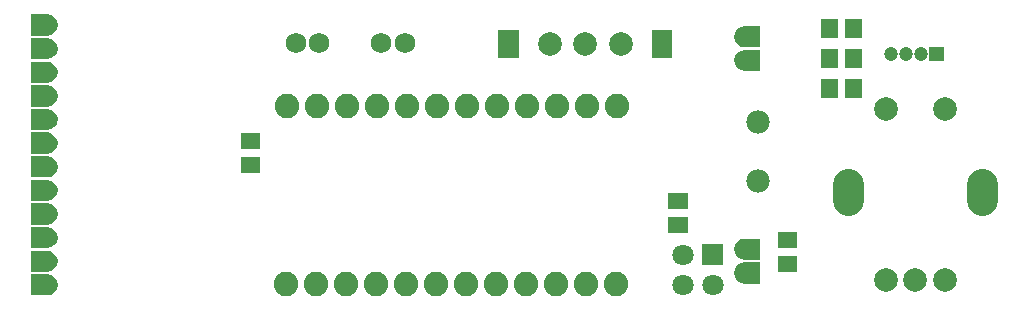
<source format=gbs>
G04 Layer: BottomSolderMaskLayer*
G04 EasyEDA v6.2.46, 2019-12-20T21:21:12+01:00*
G04 d37f97ebf7a94133afb56d0d7468e1fa,4a9c1d379d7447c5bd0ffc32acf6fcf4,10*
G04 Gerber Generator version 0.2*
G04 Scale: 100 percent, Rotated: No, Reflected: No *
G04 Dimensions in millimeters *
G04 leading zeros omitted , absolute positions ,3 integer and 3 decimal *
%FSLAX33Y33*%
%MOMM*%
G90*
G71D02*

%ADD29C,2.603195*%
%ADD30C,2.003196*%
%ADD32C,1.203198*%
%ADD35C,1.803197*%
%ADD36C,2.082800*%
%ADD37C,1.981200*%
%ADD38C,1.727200*%

%LPD*%
G54D29*
G01X69483Y10728D02*
G01X69483Y9328D01*
G01X80884Y10728D02*
G01X80884Y9328D01*
G54D30*
G01X72684Y17028D03*
G01X77684Y17028D03*
G01X72684Y2529D03*
G01X75184Y2529D03*
G01X77684Y2529D03*
G36*
G01X76405Y21115D02*
G01X76405Y22318D01*
G01X77609Y22318D01*
G01X77609Y21115D01*
G01X76405Y21115D01*
G37*
G54D32*
G01X75706Y21717D03*
G01X74407Y21717D03*
G01X73107Y21717D03*
G36*
G01X60766Y2263D02*
G01X60431Y2329D01*
G01X60137Y2524D01*
G01X59941Y2819D01*
G01X59872Y3164D01*
G01X59941Y3510D01*
G01X60137Y3802D01*
G01X60431Y3997D01*
G01X60766Y4066D01*
G01X62077Y4066D01*
G01X62077Y2263D01*
G01X60766Y2263D01*
G37*
G36*
G01X60766Y4262D02*
G01X60431Y4328D01*
G01X60137Y4523D01*
G01X59941Y4818D01*
G01X59872Y5163D01*
G01X59941Y5509D01*
G01X60137Y5803D01*
G01X60431Y5999D01*
G01X60766Y6065D01*
G01X62077Y6065D01*
G01X62077Y4262D01*
G01X60766Y4262D01*
G37*
G36*
G01X60766Y22263D02*
G01X60431Y22329D01*
G01X60137Y22524D01*
G01X59941Y22819D01*
G01X59872Y23164D01*
G01X59941Y23510D01*
G01X60137Y23802D01*
G01X60431Y23997D01*
G01X60766Y24066D01*
G01X62077Y24066D01*
G01X62077Y22263D01*
G01X60766Y22263D01*
G37*
G36*
G01X60766Y20261D02*
G01X60431Y20330D01*
G01X60137Y20525D01*
G01X59941Y20817D01*
G01X59872Y21163D01*
G01X59941Y21508D01*
G01X60137Y21803D01*
G01X60431Y21998D01*
G01X60766Y22064D01*
G01X62077Y22064D01*
G01X62077Y20261D01*
G01X60766Y20261D01*
G37*
G36*
G01X373Y1257D02*
G01X373Y3060D01*
G01X1686Y3060D01*
G01X2021Y2994D01*
G01X2316Y2799D01*
G01X2509Y2504D01*
G01X2580Y2159D01*
G01X2509Y1813D01*
G01X2316Y1518D01*
G01X2021Y1323D01*
G01X1686Y1257D01*
G01X373Y1257D01*
G37*
G36*
G01X373Y3256D02*
G01X373Y5059D01*
G01X1686Y5059D01*
G01X2021Y4993D01*
G01X2316Y4798D01*
G01X2509Y4503D01*
G01X2580Y4157D01*
G01X2509Y3812D01*
G01X2316Y3520D01*
G01X2021Y3324D01*
G01X1686Y3256D01*
G01X373Y3256D01*
G37*
G36*
G01X373Y5257D02*
G01X373Y7061D01*
G01X1686Y7061D01*
G01X2021Y6992D01*
G01X2316Y6797D01*
G01X2509Y6504D01*
G01X2580Y6159D01*
G01X2509Y5814D01*
G01X2316Y5519D01*
G01X2021Y5323D01*
G01X1686Y5257D01*
G01X373Y5257D01*
G37*
G36*
G01X373Y7256D02*
G01X373Y9060D01*
G01X1686Y9060D01*
G01X2021Y8994D01*
G01X2316Y8798D01*
G01X2509Y8503D01*
G01X2580Y8158D01*
G01X2509Y7813D01*
G01X2316Y7520D01*
G01X2021Y7325D01*
G01X1686Y7256D01*
G01X373Y7256D01*
G37*
G36*
G01X373Y9258D02*
G01X373Y11061D01*
G01X1686Y11061D01*
G01X2021Y10993D01*
G01X2316Y10797D01*
G01X2509Y10505D01*
G01X2580Y10160D01*
G01X2509Y9814D01*
G01X2316Y9519D01*
G01X2021Y9324D01*
G01X1686Y9258D01*
G01X373Y9258D01*
G37*
G36*
G01X373Y11257D02*
G01X373Y13060D01*
G01X1686Y13060D01*
G01X2021Y12994D01*
G01X2316Y12799D01*
G01X2509Y12504D01*
G01X2580Y12158D01*
G01X2509Y11813D01*
G01X2316Y11518D01*
G01X2021Y11323D01*
G01X1686Y11257D01*
G01X373Y11257D01*
G37*
G36*
G01X373Y13256D02*
G01X373Y15059D01*
G01X1686Y15059D01*
G01X2021Y14993D01*
G01X2316Y14798D01*
G01X2509Y14503D01*
G01X2580Y14157D01*
G01X2509Y13812D01*
G01X2316Y13520D01*
G01X2021Y13324D01*
G01X1686Y13256D01*
G01X373Y13256D01*
G37*
G36*
G01X373Y15257D02*
G01X373Y17061D01*
G01X1686Y17061D01*
G01X2021Y16992D01*
G01X2316Y16797D01*
G01X2509Y16504D01*
G01X2580Y16159D01*
G01X2509Y15814D01*
G01X2316Y15519D01*
G01X2021Y15323D01*
G01X1686Y15257D01*
G01X373Y15257D01*
G37*
G36*
G01X373Y17256D02*
G01X373Y19060D01*
G01X1686Y19060D01*
G01X2021Y18994D01*
G01X2316Y18798D01*
G01X2509Y18503D01*
G01X2580Y18158D01*
G01X2509Y17813D01*
G01X2316Y17520D01*
G01X2021Y17325D01*
G01X1686Y17256D01*
G01X373Y17256D01*
G37*
G36*
G01X373Y19258D02*
G01X373Y21061D01*
G01X1686Y21061D01*
G01X2021Y20993D01*
G01X2316Y20797D01*
G01X2509Y20505D01*
G01X2580Y20159D01*
G01X2509Y19814D01*
G01X2316Y19519D01*
G01X2021Y19324D01*
G01X1686Y19258D01*
G01X373Y19258D01*
G37*
G36*
G01X373Y21257D02*
G01X373Y23060D01*
G01X1686Y23060D01*
G01X2021Y22994D01*
G01X2316Y22799D01*
G01X2509Y22504D01*
G01X2580Y22158D01*
G01X2509Y21813D01*
G01X2316Y21518D01*
G01X2021Y21323D01*
G01X1686Y21257D01*
G01X373Y21257D01*
G37*
G36*
G01X373Y23256D02*
G01X373Y25059D01*
G01X1686Y25059D01*
G01X2021Y24993D01*
G01X2316Y24798D01*
G01X2509Y24503D01*
G01X2580Y24157D01*
G01X2509Y23812D01*
G01X2316Y23520D01*
G01X2021Y23324D01*
G01X1686Y23256D01*
G01X373Y23256D01*
G37*
G36*
G01X39916Y21333D02*
G01X39916Y23736D01*
G01X41617Y23736D01*
G01X41617Y21333D01*
G01X39916Y21333D01*
G37*
G36*
G01X52915Y21333D02*
G01X52915Y23736D01*
G01X54617Y23736D01*
G01X54617Y21333D01*
G01X52915Y21333D01*
G37*
G54D30*
G01X44267Y22535D03*
G01X47267Y22535D03*
G01X50267Y22535D03*
G36*
G01X57137Y3797D02*
G01X57137Y5600D01*
G01X58940Y5600D01*
G01X58940Y3797D01*
G01X57137Y3797D01*
G37*
G54D35*
G01X55499Y4699D03*
G01X58039Y2159D03*
G01X55499Y2159D03*
G54D36*
G01X21945Y2222D03*
G01X24485Y2222D03*
G01X27025Y2222D03*
G01X29565Y2222D03*
G01X32105Y2222D03*
G01X34645Y2222D03*
G01X37185Y2222D03*
G01X39725Y2222D03*
G01X42265Y2222D03*
G01X44805Y2222D03*
G01X47345Y2222D03*
G01X49885Y2222D03*
G01X49936Y17335D03*
G01X47396Y17335D03*
G01X44856Y17335D03*
G01X42316Y17335D03*
G01X39776Y17335D03*
G01X37236Y17335D03*
G01X34696Y17335D03*
G01X32156Y17335D03*
G01X29616Y17335D03*
G01X27076Y17335D03*
G01X24536Y17335D03*
G01X21996Y17335D03*
G54D37*
G01X61849Y10961D03*
G01X61849Y15962D03*
G36*
G01X67264Y17970D02*
G01X67264Y19621D01*
G01X68625Y19621D01*
G01X68625Y17970D01*
G01X67264Y17970D01*
G37*
G36*
G01X69296Y17970D02*
G01X69296Y19621D01*
G01X70657Y19621D01*
G01X70657Y17970D01*
G01X69296Y17970D01*
G37*
G36*
G01X67264Y23050D02*
G01X67264Y24701D01*
G01X68625Y24701D01*
G01X68625Y23050D01*
G01X67264Y23050D01*
G37*
G36*
G01X69296Y23050D02*
G01X69296Y24701D01*
G01X70657Y24701D01*
G01X70657Y23050D01*
G01X69296Y23050D01*
G37*
G36*
G01X63563Y3256D02*
G01X63563Y4617D01*
G01X65214Y4617D01*
G01X65214Y3256D01*
G01X63563Y3256D01*
G37*
G36*
G01X63563Y5288D02*
G01X63563Y6649D01*
G01X65214Y6649D01*
G01X65214Y5288D01*
G01X63563Y5288D01*
G37*
G36*
G01X67264Y20510D02*
G01X67264Y22161D01*
G01X68625Y22161D01*
G01X68625Y20510D01*
G01X67264Y20510D01*
G37*
G36*
G01X69296Y20510D02*
G01X69296Y22161D01*
G01X70657Y22161D01*
G01X70657Y20510D01*
G01X69296Y20510D01*
G37*
G36*
G01X18097Y11638D02*
G01X18097Y12999D01*
G01X19748Y12999D01*
G01X19748Y11638D01*
G01X18097Y11638D01*
G37*
G36*
G01X18097Y13670D02*
G01X18097Y15031D01*
G01X19748Y15031D01*
G01X19748Y13670D01*
G01X18097Y13670D01*
G37*
G54D38*
G01X22749Y22606D03*
G01X24748Y22606D03*
G01X29988Y22606D03*
G01X31987Y22606D03*
G36*
G01X54292Y8590D02*
G01X54292Y9951D01*
G01X55943Y9951D01*
G01X55943Y8590D01*
G01X54292Y8590D01*
G37*
G36*
G01X54292Y6558D02*
G01X54292Y7919D01*
G01X55943Y7919D01*
G01X55943Y6558D01*
G01X54292Y6558D01*
G37*
M00*
M02*

</source>
